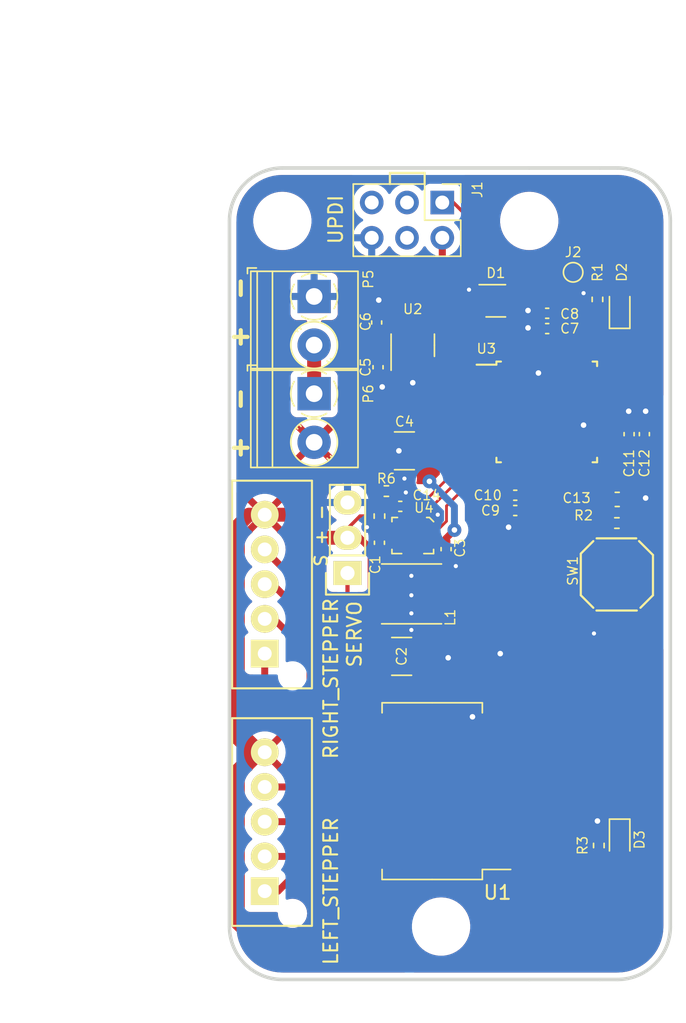
<source format=kicad_pcb>
(kicad_pcb (version 20240108) (generator "pcbnew") (generator_version "8.0")
  (title_block (title "Itsy Robot Board") (date "2018-04-28") (rev "0.3") (company "www.MakersBox.us") (comment 1 "K. Olsen"))
  (layers (0 "F.Cu" signal) (31 "B.Cu" power) (34 "B.Paste" user) (35 "F.Paste" user) (36 "B.SilkS" user "B.Silkscreen") (37 "F.SilkS" user "F.Silkscreen") (38 "B.Mask" user) (39 "F.Mask" user) (44 "Edge.Cuts" user))
  (net 0 "")
  (net 1 "GND")
  (net 2 "VIN")
  (net 3 "Net-(C14-Pad1)")
  (net 4 "Net-(P3-Pad2)")
  (net 5 "Net-(P3-Pad1)")
  (net 6 "Net-(P4-Pad2)")
  (net 7 "Net-(P4-Pad1)")
  (net 8 "Net-(P5-Pad2)")
  (net 9 "Net-(P3-Pad3)")
  (net 10 "Net-(P3-Pad4)")
  (net 11 "Net-(P4-Pad3)")
  (net 12 "Net-(P4-Pad4)")
  (net 13 "Net-(L1-Pad1)")
  (net 14 "Net-(L1-Pad2)")
  (net 15 "/Servo")
  (net 16 "Net-(D2-Pad2)")
  (net 17 "Net-(D3-Pad2)")
  (net 18 "Net-(R4-Pad1)")
  (net 19 "/PS")
  (net 20 "/M11")
  (net 21 "/M12")
  (net 22 "/M13")
  (net 23 "+3.3V")
  (net 24 "/BTN")
  (net 28 "Net-(D1-Pad6)")
  (net 29 "/LED2")
  (net 30 "/LED1")
  (net 31 "Net-(J2-Pad1)")
  (net 32 "Vdrive")
  (net 33 "Net-(R2-Pad2)")
  (net 38 "/M14")
  (net 39 "/M21")
  (net 40 "/M22")
  (net 41 "/M23")
  (net 42 "/M24")
  (net 43 "/EN")
  (net 44 "/PG")
  (footprint "library:JST_B5B-XH-A" (layer "F.Cu") (at 124.46 111.75 90)
    (property "Reference" "P3" (hide yes))
    (property "Value" "LEFT_STEPPER")
  )
  (footprint "library:JST_B5B-XH-A" (layer "F.Cu") (at 124.46 94.65 90)
    (property "Reference" "P4" (hide yes))
    (property "Value" "RIGHT_STEPPER")
  )
  (footprint "TerminalBlock_Phoenix:TerminalBlock_Phoenix_PT-1,5-2-3.5-H_1x02_P3.50mm_Horizontal" (layer "F.Cu") (at 128.016 68.938 -90)
    (property "Reference" "P5")
    (property "Value" "BATT1")
  )
  (footprint "TerminalBlock_Phoenix:TerminalBlock_Phoenix_PT-1,5-2-3.5-H_1x02_P3.50mm_Horizontal" (layer "F.Cu") (at 128.016 75.938 -90)
    (property "Reference" "P6")
    (property "Value" "BATT2")
  )
  (footprint "library:Pin_Header_Straight_1x03" (layer "F.Cu") (at 130.42 88.85 180)
    (property "Reference" "P7" (hide yes))
    (property "Value" "SERVO")
  )
  (footprint "Package_SO:SOP-18_7x12.5mm_P1.27mm" (layer "F.Cu") (at 136.52 104.55 180)
    (property "Reference" "U1")
    (property "Value" "ULN2803")
  )
  (footprint "TestPoint:TestPoint_Pad_D1.0mm" (layer "F.Cu") (at 146.67 67.2)
    (property "Reference" "J2")
    (property "Value" "Conn_01x01_Female")
  )
  (footprint "riso:C_1210_3225Metric" (layer "F.Cu") (at 134.32 94.85)
    (property "Reference" "C2")
    (property "Value" "100u")
  )
  (footprint "Capacitor_SMD:C_0402_1005Metric" (layer "F.Cu") (at 151.8 78.85 90)
    (property "Reference" "C11")
    (property "Value" "1u")
  )
  (footprint "Capacitor_SMD:C_0402_1005Metric" (layer "F.Cu") (at 134.22 84.05 180)
    (property "Reference" "C14")
    (property "Value" "100n")
  )
  (footprint "riso:C_1210_3225Metric" (layer "F.Cu") (at 134.52 80.05 180)
    (property "Reference" "C4")
    (property "Value" "100u")
  )
  (footprint "Resistor_SMD:R_0402_1005Metric" (layer "F.Cu") (at 148.52 108.4625 90)
    (property "Reference" "R3")
    (property "Value" "510")
  )
  (footprint "Package_TO_SOT_SMD:SOT-363_SC-70-6" (layer "F.Cu") (at 141.1 69.25)
    (property "Reference" "D1")
    (property "Value" "BAT54BRW")
  )
  (footprint "Capacitor_SMD:C_0402_1005Metric" (layer "F.Cu") (at 144.8 71.25)
    (property "Reference" "C8")
    (property "Value" "100n")
  )
  (footprint "Resistor_SMD:R_0402_1005Metric" (layer "F.Cu") (at 149.82 85.25)
    (property "Reference" "R2")
    (property "Value" "1K")
  )
  (footprint "Capacitor_SMD:C_0402_1005Metric" (layer "F.Cu") (at 150.7 78.85 -90)
    (property "Reference" "C12")
    (property "Value" "100n")
  )
  (footprint "riso:SW4-SMD-5.2X5.2X1.5MM" (layer "F.Cu") (at 149.82 88.95 -90)
    (property "Reference" "SW1")
    (property "Value" "SMD-BUTTON_4P-5.2X5.2X1.5MM-SKQGADE010_" (hide yes))
  )
  (footprint "MountingHole:MountingHole_3.2mm_M3_ISO14580" (layer "F.Cu") (at 143.51 63.5)
    (property "Reference" "H2" (hide yes))
    (property "Value" "MountingHole" (hide yes))
  )
  (footprint "Capacitor_SMD:C_0402_1005Metric" (layer "F.Cu") (at 142.5 83.25)
    (property "Reference" "C10")
    (property "Value" "100n")
  )
  (footprint "Capacitor_SMD:C_0402_1005Metric" (layer "F.Cu") (at 142.5 84.35 180)
    (property "Reference" "C9")
    (property "Value" "1u")
  )
  (footprint "Resistor_SMD:R_0402_1005Metric" (layer "F.Cu") (at 132.72 84.75 -90)
    (property "Reference" "R4" (hide yes))
    (property "Value" "600k")
  )
  (footprint "Connector_PinHeader_2.54mm:PinHeader_2x03_P2.54mm_Vertical" (layer "F.Cu") (at 137.245 62.175 -90)
    (property "Reference" "J1")
    (property "Value" "UPDI")
  )
  (footprint "MountingHole:MountingHole_3.2mm_M3_ISO14580" (layer "F.Cu") (at 125.73 63.5)
    (property "Reference" "H1" (hide yes))
    (property "Value" "MountingHole" (hide yes))
  )
  (footprint "Capacitor_SMD:C_0402_1005Metric" (layer "F.Cu") (at 132.72 86.67 90)
    (property "Reference" "C1")
    (property "Value" "10u")
  )
  (footprint "MountingHole:MountingHole_3.2mm_M3_ISO14580" (layer "F.Cu") (at 137.16 114.3)
    (property "Reference" "H3" (hide yes))
    (property "Value" "MountingHole" (hide yes))
  )
  (footprint "Package_QFP:TQFP-32_7x7mm_P0.8mm" (layer "F.Cu") (at 144.77 77.25)
    (property "Reference" "U3")
    (property "Value" "AVR64DD32-I/PT")
  )
  (footprint "Capacitor_SMD:C_0603_1608Metric" (layer "F.Cu") (at 149.845 83.55)
    (property "Reference" "C13")
    (property "Value" "220n")
  )
  (footprint "riso:VQFN-15-TPS63070" (layer "F.Cu") (at 135.12 86.15 -90)
    (property "Reference" "U4")
    (property "Value" "TPS63070")
  )
  (footprint "Capacitor_SMD:C_0402_1005Metric" (layer "F.Cu") (at 132.52 70.8125 -90)
    (property "Reference" "C6")
    (property "Value" "1u")
  )
  (footprint "LED_SMD:LED_0603_1608Metric" (layer "F.Cu") (at 150.02 108.05 -90)
    (property "Reference" "D3")
    (property "Value" "RED")
  )
  (footprint "Package_TO_SOT_SMD:SOT-23-5" (layer "F.Cu") (at 135.12 72.45 90)
    (property "Reference" "U2")
    (property "Value" "TCR1HF33")
  )
  (footprint "Capacitor_SMD:C_0402_1005Metric" (layer "F.Cu") (at 137.52 87.13 -90)
    (property "Reference" "C3")
    (property "Value" "10u")
  )
  (footprint "Capacitor_SMD:C_0402_1005Metric" (layer "F.Cu") (at 132.62 74.0325 90)
    (property "Reference" "C5")
    (property "Value" "1u")
  )
  (footprint "LED_SMD:LED_0603_1608Metric" (layer "F.Cu") (at 150.02 69.75 90)
    (property "Reference" "D2")
    (property "Value" "RED")
  )
  (footprint "Resistor_SMD:R_0402_1005Metric" (layer "F.Cu") (at 148.42 69.15 90)
    (property "Reference" "R1")
    (property "Value" "510")
  )
  (footprint "Resistor_SMD:R_0402_1005Metric" (layer "F.Cu") (at 133.22 82.95 180)
    (property "Reference" "R6")
    (property "Value" "100k")
  )
  (footprint "Inductor_SMD:L_Coilcraft_XxL4020" (layer "F.Cu") (at 135.035 90.35 180)
    (property "Reference" "L1")
    (property "Value" "1u")
  )
  (footprint "Capacitor_SMD:C_0402_1005Metric" (layer "F.Cu") (at 144.8 70.15 180)
    (property "Reference" "C7")
    (property "Value" "1u")
  )
  (gr_line (start 135.975 60.045) (end 133.475 60.045) (stroke (width 0.16)) (layer "F.SilkS"))
  (gr_line (start 133.475 60.045) (end 133.475 60.845) (stroke (width 0.16)) (layer "F.SilkS"))
  (gr_line (start 135.975 60.845) (end 135.975 60.045) (stroke (width 0.16)) (layer "F.SilkS"))
  (gr_arc (start 125.73 118.11) (mid 123.035923 116.994077) (end 121.92 114.3) (stroke (width 0.254)) (layer "Edge.Cuts"))
  (gr_line (start 143.51 118.11) (end 148.59 118.11) (stroke (width 0.254)) (layer "Edge.Cuts"))
  (gr_arc (start 149.86 59.69) (mid 152.554077 60.805923) (end 153.67 63.5) (stroke (width 0.254)) (layer "Edge.Cuts"))
  (gr_line (start 143.51 59.69) (end 148.59 59.69) (stroke (width 0.254)) (layer "Edge.Cuts"))
  (gr_line (start 148.59 118.11) (end 149.86 118.11) (stroke (width 0.254)) (layer "Edge.Cuts"))
  (gr_line (start 143.51 59.69) (end 125.73 59.69) (stroke (width 0.254)) (layer "Edge.Cuts"))
  (gr_arc (start 153.67 114.3) (mid 152.554077 116.994077) (end 149.86 118.11) (stroke (width 0.254)) (layer "Edge.Cuts"))
  (gr_line (start 121.92 66.04) (end 121.92 63.5) (stroke (width 0.254)) (layer "Edge.Cuts"))
  (gr_line (start 148.59 59.69) (end 149.86 59.69) (stroke (width 0.254)) (layer "Edge.Cuts"))
  (gr_line (start 121.92 114.3) (end 121.92 113.03) (stroke (width 0.254)) (layer "Edge.Cuts"))
  (gr_arc (start 121.92 63.5) (mid 123.035923 60.805923) (end 125.73 59.69) (stroke (width 0.254)) (layer "Edge.Cuts"))
  (gr_line (start 125.73 118.11) (end 143.51 118.11) (stroke (width 0.254)) (layer "Edge.Cuts"))
  (gr_line (start 153.67 114.3) (end 153.67 63.5) (stroke (width 0.254)) (layer "Edge.Cuts"))
  (gr_line (start 121.92 113.03) (end 121.92 66.04) (stroke (width 0.254)) (layer "Edge.Cuts"))
  (gr_text "-  +   -  +" (at 122.82 74.088 270) (layer "F.SilkS") (effects (font (size 1.27 1.27) (thickness 0.3))))
  (gr_text "S + -" (at 128.52 86.15 90) (layer "F.SilkS") (effects (font (size 0.9 0.9))))
  (segment (start 139.725 99.505) (end 139.42 99.2) (width 0.5) (layer "F.Cu") (net 1))
  (segment (start 134.62 83.05) (end 134.42 83.05) (width 0.25) (layer "F.Cu") (net 1))
  (segment (start 140.15 68.6) (end 139.32 68.6) (width 0.3) (layer "F.Cu") (net 1))
  (segment (start 135.12 86.75) (end 135.12 88.95) (width 0.25) (layer "F.Cu") (net 1))
  (segment (start 133.74 84.05) (end 133.74 84.37) (width 0.25) (layer "F.Cu") (net 1))
  (segment (start 150.7 78.37) (end 150.7 77.23) (width 0.3) (layer "F.Cu") (net 1))
  (segment (start 136.12 94.85) (end 137.57 94.85) (width 0.5) (layer "F.Cu") (net 1))
  (segment (start 148.52 106.8) (end 148.42 106.7) (width 0.3) (layer "F.Cu") (net 1))
  (segment (start 144.32 71.25) (end 143.47 71.25) (width 0.3) (layer "F.Cu") (net 1))
  (segment (start 137.52 87.65) (end 138.22 88.35) (width 0.3) (layer "F.Cu") (net 1))
  (segment (start 151.8 77.2905) (end 151.8905 77.2) (width 0.3) (layer "F.Cu") (net 1))
  (segment (start 137.57 94.85) (end 137.67 94.95) (width 0.5) (layer "F.Cu") (net 1))
  (segment (start 144.32 70.15) (end 143.62 70.15) (width 0.3) (layer "F.Cu") (net 1))
  (segment (start 144.37 74.25) (end 144.17 74.45) (width 0.3) (layer "F.Cu") (net 1))
  (segment (start 137.52 87.61) (end 137.52 87.65) (width 0.5) (layer "F.Cu") (net 1))
  (segment (start 151.8 78.37) (end 151.8 77.2905) (width 0.3) (layer "F.Cu") (net 1))
  (segment (start 139.32 68.6) (end 139.17 68.45) (width 0.3) (layer "F.Cu") (net 1))
  (segment (start 147.67 78.45) (end 147.42 78.2) (width 0.3) (layer "F.Cu") (net 1))
  (segment (start 132.52 70.3325) (end 132.52 69.35) (width 0.5) (layer "F.Cu") (net 1))
  (segment (start 133.74 83.73) (end 133.74 84.05) (width 0.25) (layer "F.Cu") (net 1))
  (segment (start 144.37 73) (end 144.37 71.3) (width 0.3) (layer "F.Cu") (net 1))
  (segment (start 134.42 83.05) (end 133.74 83.73) (width 0.25) (layer "F.Cu") (net 1))
  (segment (start 136.52 85.425) (end 136.52 85.05) (width 0.25) (layer "F.Cu") (net 1))
  (segment (start 134.52 82.05) (end 134.52 82.16) (width 0.25) (layer "F.Cu") (net 1))
  (segment (start 147.97088 91.94974) (end 147.97088 93.00088) (width 0.3) (layer "F.Cu") (net 1))
  (segment (start 147.97088 93.00088) (end 148.17 93.2) (width 0.3) (layer "F.Cu") (net 1))
  (segment (start 132.72 80.05) (end 134.22 80.05) (width 0.5) (layer "F.Cu") (net 1))
  (segment (start 132.62 74.5125) (end 132.62 75.15) (width 0.5) (layer "F.Cu") (net 1))
  (segment (start 132.985 85.925) (end 132.72 86.19) (width 0.25) (layer "F.Cu") (net 1))
  (segment (start 136.52 85.05) (end 136.92 84.65) (width 0.25) (layer "F.Cu") (net 1))
  (segment (start 141.27 99.505) (end 139.725 99.505) (width 0.5) (layer "F.Cu") (net 1))
  (segment (start 143.62 70.15) (end 143.42 69.95) (width 0.3) (layer "F.Cu") (net 1))
  (segment (start 132.52 69.35) (end 132.67 69.2) (width 0.5) (layer "F.Cu") (net 1))
  (segment (start 150.7 77.23) (end 150.67 77.2) (width 0.3) (layer "F.Cu") (net 1))
  (segment (start 135.02 91.75) (end 135.02 89.05) (width 0.7) (layer "F.Cu") (net 1))
  (segment (start 144.32 71.25) (end 144.32 70.15) (width 0.3) (layer "F.Cu") (net 1))
  (segment (start 134.52 82.16) (end 133.73 82.95) (width 0.25) (layer "F.Cu") (net 1))
  (segment (start 142.02 84.35) (end 142.02 85.55) (width 0.3) (layer "F.Cu") (net 1))
  (segment (start 135.12 88.95) (end 135.02 89.05) (width 0.25) (layer "F.Cu") (net 1))
  (segment (start 151.8 78.37) (end 150.7 78.37) (width 0.3) (layer "F.Cu") (net 1))
  (segment (start 149.02 78.45) (end 150.62 78.45) (width 0.3) (layer "F.Cu") (net 1))
  (segment (start 150.62 83.55) (end 151.7905 83.55) (width 0.3) (layer "F.Cu") (net 1))
  (segment (start 149.02 78.45) (end 147.67 78.45) (width 0.3) (layer "F.Cu") (net 1))
  (segment (start 133.74 84.37) (end 134.37 85) (width 0.25) (layer "F.Cu") (net 1))
  (segment (start 142.02 83.25) (end 142.02 84.35) (width 0.3) (layer "F.Cu") (net 1))
  (segment (start 147.48 68.64) (end 147.42 68.7) (width 0.3) (layer "F.Cu") (net 1))
  (segment (start 151.7905 83.55) (end 151.8905 83.45) (width 0.3) (layer "F.Cu") (net 1))
  (segment (start 132.46 86.19) (end 131.82 85.55) (width 0.25) (layer "F.Cu") (net 1))
  (segment (start 132.62 75.15) (end 132.92 75.45) (width 0.5) (layer "F.Cu") (net 1))
  (segment (start 143.47 71.25) (end 143.42 71.2) (width 0.3) (layer "F.Cu") (net 1))
  (segment (start 148.52 107.9525) (end 148.52 106.8) (width 0.3) (layer "F.Cu") (net 1))
  (segment (start 133.72 85.925) (end 132.985 85.925) (width 0.25) (layer "F.Cu") (net 1))
  (segment (start 144.37 73) (end 144.37 74.25) (width 0.3) (layer "F.Cu") (net 1))
  (segment (start 135.12 73.5875) (end 135.12 75.15) (width 0.5) (layer "F.Cu") (net 1))
  (segment (start 148.42 68.64) (end 147.48 68.64) (width 0.3) (layer "F.Cu") (net 1))
  (segment (start 132.72 86.19) (end 132.46 86.19) (width 0.25) (layer "F.Cu") (net 1))
  (via (at 142.02 85.55) (size 1) (drill 0.4) (layers "F.Cu" "B.Cu") (net 1))
  (via (at 134.12 80.05) (size 1) (drill 0.4) (layers "F.Cu" "B.Cu") (net 1))
  (via (at 136.92 84.65) (size 0.8) (drill 0.3) (layers "F.Cu" "B.Cu") (net 1))
  (via (at 147.42 68.7) (size 0.8) (drill 0.3) (layers "F.Cu" "B.Cu") (net 1))
  (via (at 137.67 94.95) (size 1) (drill 0.4) (layers "F.Cu" "B.Cu") (net 1))
  (via (at 135.02 90.45) (size 0.8) (drill 0.3) (layers "F.Cu" "B.Cu") (net 1))
  (via (at 151.8905 83.45) (size 1) (drill 0.4) (layers "F.Cu" "B.Cu") (net 1))
  (via (at 148.17 93.2) (size 0.8) (drill 0.3) (layers "F.Cu" "B.Cu") (net 1))
  (via (at 141.42 94.65) (size 1) (drill 0.4) (layers "F.Cu" "B.Cu") (net 1))
  (via (at 131.82 85.55) (size 0.8) (drill 0.3) (layers "F.Cu" "B.Cu") (net 1))
  (via (at 139.42 99.2) (size 1) (drill 0.4) (layers "F.Cu" "B.Cu") (net 1))
  (via (at 143.42 71.2) (size 1) (drill 0.4) (layers "F.Cu" "B.Cu") (net 1))
  (via (at 135.12 75.15) (size 1) (drill 0.4) (layers "F.Cu" "B.Cu") (net 1))
  (via (at 135.02 89.05) (size 0.8) (drill 0.3) (layers "F.Cu" "B.Cu") (net 1))
  (via (at 132.92 75.45) (size 1) (drill 0.4) (layers "F.Cu" "B.Cu") (net 1))
  (via (at 148.42 106.7) (size 1) (drill 0.4) (layers "F.Cu" "B.Cu") (net 1))
  (via (at 147.42 78.2) (size 1) (drill 0.4) (layers "F.Cu" "B.Cu") (net 1))
  (via (at 135.02 92.95) (size 0.8) (drill 0.3) (layers "F.Cu" "B.Cu") (net 1))
  (via (at 135.02 91.75) (size 0.8) (drill 0.3) (layers "F.Cu" "B.Cu") (net 1))
  (via (at 132.67 69.2) (size 1) (drill 0.4) (layers "F.Cu" "B.Cu") (net 1))
  (via (at 150.67 77.2) (size 1) (drill 0.4) (layers "F.Cu" "B.Cu") (net 1))
  (via (at 134.62 83.05) (size 0.8) (drill 0.3) (layers "F.Cu" "B.Cu") (net 1))
  (via (at 138.22 88.35) (size 0.8) (drill 0.3) (layers "F.Cu" "B.Cu") (net 1))
  (via (at 151.8905 77.2) (size 1) (drill 0.4) (layers "F.Cu" "B.Cu") (net 1))
  (via (at 134.52 82.05) (size 0.8) (drill 0.3) (layers "F.Cu" "B.Cu") (net 1))
  (via (at 143.42 69.95) (size 1) (drill 0.4) (layers "F.Cu" "B.Cu") (net 1))
  (via (at 144.17 74.45) (size 1) (drill 0.4) (layers "F.Cu" "B.Cu") (net 1))
  (via (at 139.17 68.45) (size 0.8) (drill 0.3) (layers "F.Cu" "B.Cu") (net 1))
  (segment (start 131.54 83.77) (end 131.82 84.05) (width 0.25) (layer "B.Cu") (net 1))
  (segment (start 130.42 83.77) (end 131.54 83.77) (width 0.25) (layer "B.Cu") (net 1))
  (segment (start 131.82 84.05) (end 131.82 85.55) (width 0.25) (layer "B.Cu") (net 1))
  (segment (start 136.32 80.05) (end 136.32 82.25) (width 0.5) (layer "F.Cu") (net 2))
  (segment (start 132.62 73.5525) (end 134.135 73.5525) (width 0.5) (layer "F.Cu") (net 2))
  (segment (start 135.42 77.75) (end 130.72 77.75) (width 0.5) (layer "F.Cu") (net 2))
  (segment (start 130.72 74.55) (end 130.72 77.75) (width 0.5) (layer "F.Cu") (net 2))
  (segment (start 131.7175 73.5525) (end 130.72 74.55) (width 0.5) (layer "F.Cu") (net 2))
  (segment (start 137.52 86.35) (end 138.12 85.75) (width 0.5) (layer "F.Cu") (net 2))
  (segment (start 130.72 77.75) (end 129.82 77.75) (width 0.5) (layer "F.Cu") (net 2))
  (segment (start 137.52 86.65) (end 136.52 86.65) (width 0.5) (layer "F.Cu") (net 2))
  (segment (start 132.62 73.5525) (end 131.7175 73.5525) (width 0.5) (layer "F.Cu") (net 2))
  (segment (start 129.82 77.75) (end 128.132 79.438) (width 0.5) (layer "F.Cu") (net 2))
  (segment (start 136.32 80.05) (end 136.32 78.65) (width 0.5) (layer "F.Cu") (net 2))
  (segment (start 136.32 78.65) (end 135.42 77.75) (width 0.5) (layer "F.Cu") (net 2))
  (segment (start 137.52 86.65) (end 137.52 86.35) (width 0.5) (layer "F.Cu") (net 2))
  (via (at 138.12 85.75) (size 1) (drill 0.4) (layers "F.Cu" "B.Cu") (net 2))
  (via (at 136.32 82.25) (size 1) (drill 0.4) (layers "F.Cu" "B.Cu") (net 2))
  (segment (start 138.12 84.05) (end 138.12 85.75) (width 0.5) (layer "B.Cu") (net 2))
  (segment (start 136.32 82.25) (end 138.12 84.05) (width 0.5) (layer "B.Cu") (net 2))
  (segment (start 134.87 84.22) (end 134.7 84.05) (width 0.25) (layer "F.Cu") (net 3))
  (segment (start 134.87 85) (end 134.87 84.22) (width 0.25) (layer "F.Cu") (net 3))
  (segment (start 126.12 109.25) (end 124.46 109.25) (width 0.5) (layer "F.Cu") (net 4))
  (segment (start 126.975 108.395) (end 126.12 109.25) (width 0.5) (layer "F.Cu") (net 4))
  (segment (start 131.97 108.395) (end 126.975 108.395) (width 0.5) (layer "F.Cu") (net 4))
  (segment (start 127.505 109.665) (end 125.42 111.75) (width 0.5) (layer "F.Cu") (net 5))
  (segment (start 131.97 109.665) (end 127.505 109.665) (width 0.5) (layer "F.Cu") (net 5))
  (segment (start 125.42 111.75) (end 124.46 111.75) (width 0.5) (layer "F.Cu") (net 5))
  (segment (start 126.72 93.75) (end 126.72 94.65) (width 0.5) (layer "F.Cu") (net 6))
  (segment (start 129.985 103.315) (end 131.97 103.315) (width 0.5) (layer "F.Cu") (net 6))
  (segment (start 127.72 101.05) (end 129.985 103.315) (width 0.5) (layer "F.Cu") (net 6))
  (segment (start 125.12 92.15) (end 126.72 93.75) (width 0.5) (layer "F.Cu") (net 6))
  (segment (start 126.72 94.65) (end 127.72 95.65) (width 0.5) (layer "F.Cu") (net 6))
  (segment (start 127.72 95.65) (end 127.72 101.05) (width 0.5) (layer "F.Cu") (net 6))
  (segment (start 126.42 98.25) (end 124.46 96.29) (width 0.5) (layer "F.Cu") (net 7))
  (segment (start 124.46 96.29) (end 124.46 94.65) (width 0.5) (layer "F.Cu") (net 7))
  (segment (start 129.055 104.585) (end 126.42 101.95) (width 0.5) (layer "F.Cu") (net 7))
  (segment (start 131.97 104.585) (end 129.055 104.585) (width 0.5) (layer "F.Cu") (net 7))
  (segment (start 126.42 101.95) (end 126.42 98.25) (width 0.5) (layer "F.Cu") (net 7))
  (segment (start 128.016 75.938) (end 128.016 72.438) (width 1) (layer "F.Cu") (net 8))
  (segment (start 126.72 106.75) (end 124.46 106.75) (width 0.5) (layer "F.Cu") (net 9))
  (segment (start 131.97 107.125) (end 127.095 107.125) (width 0.5) (layer "F.Cu") (net 9))
  (segment (start 127.095 107.125) (end 126.72 106.75) (width 0.5) (layer "F.Cu") (net 9))
  (segment (start 128.225 105.855) (end 126.62 104.25) (width 0.5) (layer "F.Cu") (net 10))
  (segment (start 126.62 104.25) (end 124.46 104.25) (width 0.5) (layer "F.Cu") (net 10))
  (segment (start 131.97 105.855) (end 128.225 105.855) (width 0.5) (layer "F.Cu") (net 10))
  (segment (start 130.315 102.045) (end 128.82 100.55) (width 0.5) (layer "F.Cu") (net 11))
  (segment (start 128.82 93.45) (end 125.02 89.65) (width 0.5) (layer "F.Cu") (net 11))
  (segment (start 128.82 100.55) (end 128.82 93.45) (width 0.5) (layer "F.Cu") (net 11))
  (segment (start 131.97 102.045) (end 130.315 102.045) (width 0.5) (layer "F.Cu") (net 11))
  (segment (start 131.145 100.775) (end 130.22 99.85) (width 0.5) (layer "F.Cu") (net 12))
  (segment (start 131.97 100.775) (end 131.145 100.775) (width 0.5) (layer "F.Cu") (net 12))
  (segment (start 130.22 92.95) (end 124.46 87.19) (width 0.5) (layer "F.Cu") (net 12))
  (segment (start 130.22 99.85) (end 130.22 92.95) (width 0.5) (layer "F.Cu") (net 12))
  (segment (start 135.62 87.85) (end 135.77 88) (width 0.25) (layer "F.Cu") (net 13))
  (segment (start 136.22 88.45) (end 135.77 88) (width 0.7) (layer "F.Cu") (net 13))
  (segment (start 135.62 86.925) (end 135.62 87.85) (width 0.25) (layer "F.Cu") (net 13))
  (segment (start 136.22 90.35) (end 136.22 88.45) (width 0.7) (layer "F.Cu") (net 13))
  (segment (start 133.85 88.62) (end 134.42 88.05) (width 0.7) (layer "F.Cu") (net 14))
  (segment (start 133.85 90.35) (end 133.85 88.62) (width 0.7) (layer "F.Cu") (net 14))
  (segment (start 134.62 87.85) (end 134.62 86.925) (width 0.25) (layer "F.Cu") (net 14))
  (segment (start 131.67 96.95) (end 137.67 96.95) (width 0.3) (layer "F.Cu") (net 15))
  (segment (start 131.17 92.7) (end 131.17 96.45) (width 0.3) (layer "F.Cu") (net 15))
  (segment (start 130.42 91.95) (end 131.17 92.7) (width 0.3) (layer "F.Cu") (net 15))
  (segment (start 130.42 88.85) (end 130.42 91.95) (width 0.3) (layer "F.Cu") (net 15))
  (segment (start 137.67 96.95) (end 139.44 95.18) (width 0.3) (layer "F.Cu") (net 15))
  (segment (start 139.44 79.495) (end 139.685 79.25) (width 0.3) (layer "F.Cu") (net 15))
  (segment (start 139.685 79.25) (end 140.52 79.25) (width 0.3) (layer "F.Cu") (net 15))
  (segment (start 131.17 96.45) (end 131.67 96.95) (width 0.3) (layer "F.Cu") (net 15))
  (segment (start 139.44 95.18) (end 139.44 79.495) (width 0.3) (layer "F.Cu") (net 15))
  (segment (start 148.42 69.66) (end 149.3225 69.66) (width 0.25) (layer "F.Cu") (net 16))
  (segment (start 149.3225 69.66) (end 150.02 68.9625) (width 0.25) (layer "F.Cu") (net 16))
  (segment (start 148.52 108.9725) (end 149.885 108.9725) (width 0.3) (layer "F.Cu") (net 17))
  (segment (start 133.72 85.24) (end 133.72 85.425) (width 0.25) (layer "F.Cu") (net 18))
  (segment (start 132.72 84.24) (end 133.72 85.24) (width 0.25) (layer "F.Cu") (net 18))
  (segment (start 132.72 84.24) (end 132.72 82.96) (width 0.25) (layer "F.Cu") (net 18))
  (segment (start 140.52 77.65) (end 139.22 77.65) (width 0.2) (layer "F.Cu") (net 19))
  (segment (start 139.22 77.65) (end 138.17 78.7) (width 0.2) (layer "F.Cu") (net 19))
  (segment (start 138.17 78.7) (end 138.17 82.4) (width 0.2) (layer "F.Cu") (net 19))
  (segment (start 138.17 82.4) (end 135.87 84.7) (width 0.2) (layer "F.Cu") (net 19))
  (segment (start 135.87 84.7) (end 135.87 85) (width 0.2) (layer "F.Cu") (net 19))
  (segment (start 144.33 109.665) (end 147.17 106.825) (width 0.3) (layer "F.Cu") (net 20))
  (segment (start 147.17 85.2) (end 147.57 84.8) (width 0.3) (layer "F.Cu") (net 20))
  (segment (start 141.27 109.665) (end 144.33 109.665) (width 0.3) (layer "F.Cu") (net 20))
  (segment (start 147.17 106.825) (end 147.17 85.2) (width 0.3) (layer "F.Cu") (net 20))
  (segment (start 147.57 84.8) (end 147.57 81.5) (width 0.3) (layer "F.Cu") (net 20))
  (segment (start 143.725 108.395) (end 141.27 108.395) (width 0.3) (layer "F.Cu") (net 21))
  (segment (start 146.42 105.7) (end 143.725 108.395) (width 0.3) (layer "F.Cu") (net 21))
  (segment (start 146.77 81.5) (end 146.77 84.6) (width 0.3) (layer "F.Cu") (net 21))
  (segment (start 146.42 84.95) (end 146.42 105.7) (width 0.3) (layer "F.Cu") (net 21))
  (segment (start 146.77 84.6) (end 146.42 84.95) (width 0.3) (layer "F.Cu") (net 21))
  (segment (start 145.67 104.575) (end 145.67 84.2) (width 0.3) (layer "F.Cu") (net 22))
  (segment (start 145.97 83.9) (end 145.97 81.5) (width 0.3) (layer "F.Cu") (net 22))
  (segment (start 145.67 84.2) (end 145.97 83.9) (width 0.3) (layer "F.Cu") (net 22))
  (segment (start 141.633112 107.125) (end 143.12 107.125) (width 0.3) (layer "F.Cu") (net 22))
  (segment (start 143.12 107.125) (end 145.67 104.575) (width 0.3) (layer "F.Cu") (net 22))
  (segment (start 142.1295 69.1705) (end 144.3005 69.1705) (width 0.3) (layer "F.Cu") (net 23))
  (segment (start 146.6 79.25) (end 149.02 79.25) (width 0.3) (layer "F.Cu") (net 23))
  (segment (start 134.17 69.4) (end 134.17 71.3125) (width 0.5) (layer "F.Cu") (net 23))
  (segment (start 141.17 68.805) (end 141.17 68.535) (width 0.3) (layer "F.Cu") (net 23))
  (segment (start 141.17 68.535) (end 138.96 66.325) (width 0.3) (layer "F.Cu") (net 23))
  (segment (start 144.3005 69.1705) (end 145.28 70.15) (width 0.3) (layer "F.Cu") (net 23))
  (segment (start 137.245 66.325) (end 134.17 69.4) (width 0.5) (layer "F.Cu") (net 23))
  (segment (start 150.7 79.33) (end 149.1 79.33) (width 0.3) (layer "F.Cu") (net 23))
  (segment (start 142.77 80.22) (end 145.17 77.82) (width 0.3) (layer "F.Cu") (net 23))
  (segment (start 142.77 81.5) (end 142.77 80.22) (width 0.3) (layer "F.Cu") (net 23))
  (segment (start 141.615 69.25) (end 141.17 68.805) (width 0.3) (layer "F.Cu") (net 23))
  (segment (start 142.77 81.5) (end 142.77 83.04) (width 0.3) (layer "F.Cu") (net 23))
  (segment (start 145.17 73) (end 145.17 77.82) (width 0.3) (layer "F.Cu") (net 23))
  (segment (start 142.98 83.25) (end 142.98 84.35) (width 0.3) (layer "F.Cu") (net 23))
  (segment (start 151.8 79.33) (end 150.7 79.33) (width 0.3) (layer "F.Cu") (net 23))
  (segment (start 138.96 66.325) (end 137.245 66.325) (width 0.3) (layer "F.Cu") (net 23))
  (segment (start 145.28 71.25) (end 145.28 72.89) (width 0.3) (layer "F.Cu") (net 23))
  (segment (start 145.28 70.15) (end 145.28 71.25) (width 0.3) (layer "F.Cu") (net 23))
  (segment (start 137.245 64.515) (end 137.245 66.325) (width 0.5) (layer "F.Cu") (net 23))
  (segment (start 145.17 77.82) (end 146.6 79.25) (width 0.3) (layer "F.Cu") (net 23))
  (segment (start 142.05 69.25) (end 141.615 69.25) (width 0.3) (layer "F.Cu") (net 23))
  (segment (start 142.05 69.25) (end 142.1295 69.1705) (width 0.3) (layer "F.Cu") (net 23))
  (segment (start 132.52 71.2925) (end 134.15 71.2925) (width 0.5) (layer "F.Cu") (net 23))
  (segment (start 142.77 83.04) (end 142.98 83.25) (width 0.3) (layer "F.Cu") (net 23))
  (segment (start 149.07 83.55) (end 149.07 85.01) (width 0.25) (layer "F.Cu") (net 24))
  (segment (start 149.07 85.01) (end 149.31 85.25) (width 0.25) (layer "F.Cu") (net 24))
  (segment (start 149.02 83.5) (end 149.02 80.05) (width 0.25) (layer "F.Cu") (net 24))
  (segment (start 145.97 73) (end 145.97 69.22) (width 0.25) (layer "F.Cu") (net 28))
  (segment (start 139.32 65.35) (end 139.32 63.45) (width 0.25) (layer "F.Cu") (net 28))
  (segment (start 145.35 68.6) (end 145.97 69.22) (width 0.25) (layer "F.Cu") (net 28))
  (segment (start 142.05 68.08) (end 142.05 68.6) (width 0.25) (layer "F.Cu") (net 28))
  (segment (start 142.05 68.6) (end 145.35 68.6) (width 0.25) (layer "F.Cu") (net 28))
  (segment (start 139.32 65.35) (end 142.05 68.08) (width 0.25) (layer "F.Cu") (net 28))
  (segment (start 139.32 63.45) (end 137.845 61.975) (width 0.25) (layer "F.Cu") (net 28))
  (segment (start 148.72 70.85) (end 147.57 72) (width 0.25) (layer "F.Cu") (net 29))
  (segment (start 150.02 70.85) (end 148.72 70.85) (width 0.25) (layer "F.Cu") (net 29))
  (segment (start 147.57 72) (end 147.57 73) (width 0.25) (layer "F.Cu") (net 29))
  (segment (start 152.02 76.05) (end 149.02 76.05) (width 0.3) (layer "F.Cu") (net 30))
  (segment (start 150.02 107.2625) (end 150.02 96.35) (width 0.3) (layer "F.Cu") (net 30))
  (segment (start 152.67 93.7) (end 152.67 76.7) (width 0.3) (layer "F.Cu") (net 30))
  (segment (start 152.67 76.7) (end 152.02 76.05) (width 0.3) (layer "F.Cu") (net 30))
  (segment (start 150.02 96.35) (end 152.67 93.7) (width 0.3) (layer "F.Cu") (net 30))
  (segment (start 146.67 72.9) (end 146.67 67.4) (width 0.3) (layer "F.Cu") (net 31))
  (segment (start 123.52 101.75) (end 124.46 101.75) (width 1) (layer "F.Cu") (net 32))
  (segment (start 124.46 101.75) (end 123.82 101.75) (width 1) (layer "F.Cu") (net 32))
  (segment (start 122.52 85.45) (end 122.52 100.75) (width 1) (layer "F.Cu") (net 32))
  (segment (start 132.53 85.26) (end 132.02 84.75) (width 0.25) (layer "F.Cu") (net 32))
  (segment (start 129.42 116.25) (end 134.02 111.65) (width 1) (layer "F.Cu") (net 32))
  (segment (start 122.52 100.75) (end 123.52 101.75) (width 1) (layer "F.Cu") (net 32))
  (segment (start 130.42 86.31) (end 128.58 86.31) (width 1) (layer "F.Cu") (net 32))
  (segment (start 131.97 99.505) (end 133.675 99.505) (width 0.5) (layer "F.Cu") (net 32))
  (segment (start 134.02 99.85) (end 133.82 99.65) (width 1) (layer "F.Cu") (net 32))
  (segment (start 134.02 111.65) (end 134.02 99.85) (width 1) (layer "F.Cu") (net 32))
  (segment (start 128.58 86.31) (end 126.92 84.65) (width 1) (layer "F.Cu") (net 32))
  (segment (start 132.72 87.15) (end 133.12 87.15) (width 0.5) (layer "F.Cu") (net 32))
  (segment (start 122.52 114.05) (end 124.72 116.25) (width 1) (layer "F.Cu") (net 32))
  (segment (start 132.72 87.15) (end 132.12 87.15) (width 0.5) (layer "F.Cu") (net 32))
  (segment (start 126.92 84.65) (end 124.46 84.65) (width 1) (layer "F.Cu") (net 32))
  (segment (start 132.02 84.75) (end 131.32 84.75) (width 0.25) (layer "F.Cu") (net 32))
  (segment (start 133.12 87.15) (end 133.62 86.65) (width 0.5) (layer "F.Cu") (net 32))
  (segment (start 132.12 87.15) (end 131.28 86.31) (width 0.5) (layer "F.Cu") (net 32))
  (segment (start 133.675 99.505) (end 133.82 99.65) (width 0.5) (layer "F.Cu") (net 32))
  (segment (start 123.82 101.75) (end 122.52 103.05) (width 1) (layer "F.Cu") (net 32))
  (segment (start 132.12 87.15) (end 132.12 94.95) (width 0.5) (layer "F.Cu") (net 32))
  (segment (start 131.28 86.31) (end 130.42 86.31) (width 0.5) (layer "F.Cu") (net 32))
  (segment (start 124.46 84.65) (end 123.32 84.65) (width 1) (layer "F.Cu") (net 32))
  (segment (start 124.72 116.25) (end 129.42 116.25) (width 1) (layer "F.Cu") (net 32))
  (segment (start 122.52 103.05) (end 122.52 114.05) (width 1) (layer "F.Cu") (net 32))
  (segment (start 131.32 84.75) (end 130.42 85.65) (width 0.25) (layer "F.Cu") (net 32))
  (segment (start 123.32 84.65) (end 122.52 85.45) (width 1) (layer "F.Cu") (net 32))
  (segment (start 150.96886 85.25) (end 151.66912 85.95026) (width 0.25) (layer "F.Cu") (net 33))
  (segment (start 150.33 85.25) (end 150.96886 85.25) (width 0.25) (layer "F.Cu") (net 33))
  (segment (start 144.92 103.7) (end 142.765 105.855) (width 0.3) (layer "F.Cu") (net 38))
  (segment (start 145.17 83.45) (end 144.92 83.7) (width 0.3) (layer "F.Cu") (net 38))
  (segment (start 142.765 105.855) (end 141.57 105.855) (width 0.3) (layer "F.Cu") (net 38))
  (segment (start 145.17 81.5) (end 145.17 83.45) (width 0.3) (layer "F.Cu") (net 38))
  (segment (start 144.92 83.7) (end 144.92 103.7) (width 0.3) (layer "F.Cu") (net 38))
  (segment (start 144.17 83.2) (end 144.42 82.95) (width 0.3) (layer "F.Cu") (net 39))
  (segment (start 144.17 102.95) (end 144.17 83.2) (width 0.3) (layer "F.Cu") (net 39))
  (segment (start 144.42 82.95) (end 144.42 81.55) (width 0.3) (layer "F.Cu") (net 39))
  (segment (start 142.535 104.585) (end 144.17 102.95) (width 0.3) (layer "F.Cu") (net 39))
  (segment (start 141.633112 104.585) (end 142.535 104.585) (width 0.3) (layer "F.Cu") (net 39))
  (segment (start 143.42 85.7) (end 143.42 102.2) (width 0.3) (layer "F.Cu") (net 40))
  (segment (start 143.42 102.2) (end 142.305 103.315) (width 0.3) (layer "F.Cu") (net 40))
  (segment (start 143.57 81.5) (end 143.57 85.55) (width 0.3) (layer "F.Cu") (net 40))
  (segment (start 142.305 103.315) (end 141.633112 103.315) (width 0.3) (layer "F.Cu") (net 40))
  (segment (start 143.57 85.55) (end 143.42 85.7) (width 0.3) (layer "F.Cu") (net 40))
  (segment (start 140.92 82.55) (end 141.97 81.5) (width 0.3) (layer "F.Cu") (net 41))
  (segment (start 142.67 101.479056) (end 142.67 92.2) (width 0.3) (layer "F.Cu") (net 41))
  (segment (start 142.67 92.2) (end 140.92 90.45) (width 0.3) (layer "F.Cu") (net 41))
  (segment (start 140.92 90.45) (end 140.92 82.55) (width 0.3) (layer "F.Cu") (net 41))
  (segment (start 142.104056 102.045) (end 142.67 101.479056) (width 0.3) (layer "F.Cu") (net 41))
  (segment (start 138.42 99.7) (end 138.42 98.2) (width 0.3) (layer "F.Cu") (net 42))
  (segment (start 140.17 80.4) (end 140.52 80.05) (width 0.3) (layer "F.Cu") (net 42))
  (segment (start 138.42 98.2) (end 140.17 96.45) (width 0.3) (layer "F.Cu") (net 42))
  (segment (start 140.17 96.45) (end 140.17 80.4) (width 0.3) (layer "F.Cu") (net 42))
  (segment (start 139.495 100.775) (end 138.42 99.7) (width 0.3) (layer "F.Cu") (net 42))
  (segment (start 141.27 100.775) (end 139.495 100.775) (width 0.3) (layer "F.Cu") (net 42))
  (segment (start 139.42 78.45) (end 138.67 79.2) (width 0.2) (layer "F.Cu") (net 43))
  (segment (start 136.74098 85.925) (end 136.52 85.925) (width 0.2) (layer "F.Cu") (net 43))
  (segment (start 138.67 79.2) (end 138.67 82.9) (width 0.2) (layer "F.Cu") (net 43))
  (segment (start 137.55 84.02) (end 137.55 85.11598) (width 0.2) (layer "F.Cu") (net 43))
  (segment (start 138.67 82.9) (end 137.55 84.02) (width 0.2) (layer "F.Cu") (net 43))
  (segment (start 137.55 85.11598) (end 136.74098 85.925) (width 0.2) (layer "F.Cu") (net 43))
  (segment (start 139.92 78.45) (end 139.42 78.45) (width 0.2) (layer "F.Cu") (net 43))
  (segment (start 135.37 85) (end 135.37 84.3) (width 0.2) (layer "F.Cu") (net 44))
  (segment (start 137.67 82) (end 137.67 78) (width 0.2) (layer "F.Cu") (net 44))
  (segment (start 137.67 78) (end 138.82 76.85) (width 0.2) (layer "F.Cu") (net 44))
  (segment (start 138.82 76.85) (end 140.52 76.85) (width 0.2) (layer "F.Cu") (net 44))
  (segment (start 135.37 84.3) (end 137.67 82) (width 0.2) (layer "F.Cu") (net 44))
  (zone (net 32) (net_name "Vdrive") (layer "F.Cu") (priority 1) (connect_pads thru_hole_only (clearance 0.5)) (min_thickness 0.2) (fill yes (thermal_gap 0.508) (thermal_bridge_width 0.508))
    (polygon (pts (xy 134.62 82.35) (xy 134.62 121.05) (xy 119.62 121.15) (xy 120.72 82.25)))
  )
  (zone (net 23) (net_name "+3.3V") (layer "F.Cu") (priority 2) (connect_pads thru_hole_only (clearance 0.5)) (min_thickness 0.2) (fill yes (thermal_gap 0.508) (thermal_bridge_width 0.508))
    (polygon (pts (xy 148.42 73.55) (xy 148.02 85.65) (xy 135.42 85.55) (xy 129.42 81.55) (xy 121.02 81.45) (xy 120.62 58.35) (xy 138.020574 58.247038) (xy 139.02 65.65)))
  )
  (zone (net 2) (net_name "VIN") (layer "F.Cu") (priority 3) (connect_pads thru_hole_only (clearance 0.5)) (min_thickness 0.2) (fill yes (thermal_gap 0.508) (thermal_bridge_width 0.508))
    (polygon (pts (xy 130.82 58.95) (xy 130.82 72.55) (xy 137.42 72.55) (xy 137.42 82.45) (xy 121.32 82.45) (xy 121.42 81.55) (xy 121.42 58.85)))
  )
  (zone (net 1) (net_name "GND") (layers "F&B.Cu") (connect_pads (clearance 0.5)) (min_thickness 0.2) (fill yes (thermal_gap 0.508) (thermal_bridge_width 0.508))
    (polygon (pts (xy 154.82 121.25) (xy 119.82 121.25) (xy 119.82 57.25) (xy 154.82 57.25)))
  )
)
</source>
